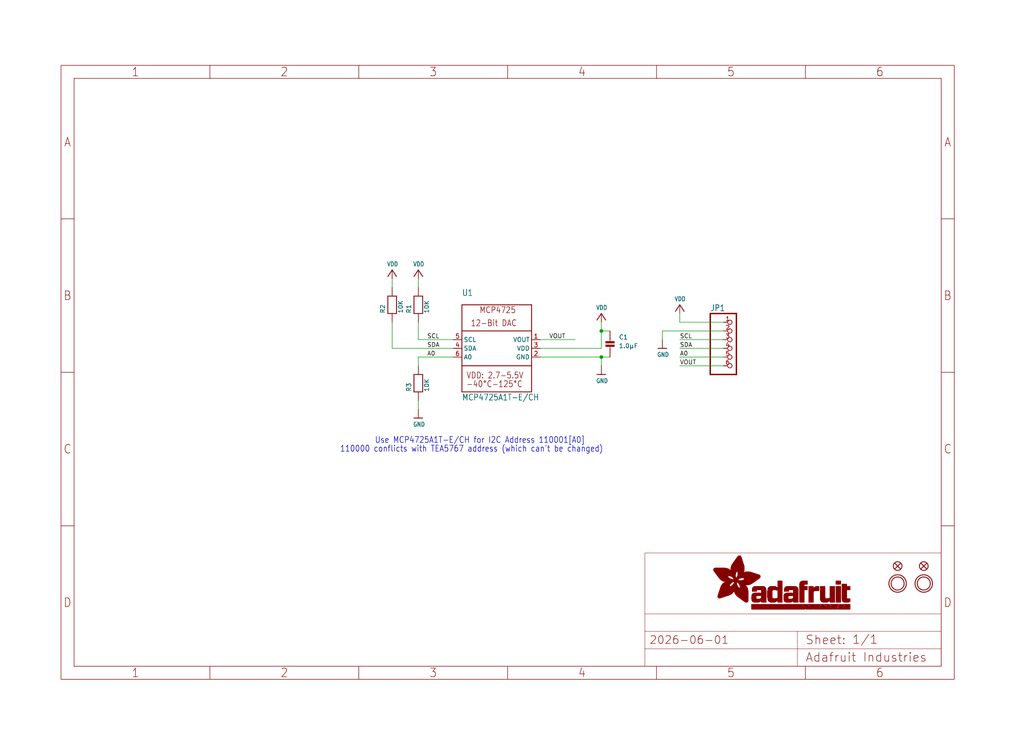
<source format=kicad_sch>
(kicad_sch (version 20230121) (generator eeschema)
  (paper "User" 298.45 217.322)
  (lib_symbols
    (symbol "working-eagle-import:CAP_CERAMIC0805"
      (property "Reference" "C" (at 2.54 2.54 0))
      (symbol "CAP_CERAMIC0805_1_0"
        (pin passive line (at 0 5.08 270) (length 2.54) (name "P$1") (number "1"))
        (pin passive line (at 0 -2.54 90) (length 2.54) (name "P$2") (number "2"))
      )
    )
    (symbol "working-eagle-import:DAC_MCP4725"
      (property "Reference" "U" (at -10.16 15.24 0))
      (symbol "DAC_MCP4725_1_0"
        (text "-40°C-125°C" (at -8.89 -11.43 0) (effects (font (size 1.778 1.5113)) (justify left bottom)))
        (text "12-Bit DAC" (at -7.62 6.35 0) (effects (font (size 1.778 1.5113)) (justify left bottom)))
        (text "MCP4725" (at -5.08 10.16 0) (effects (font (size 1.778 1.5113)) (justify left bottom)))
        (text "VDD: 2.7-5.5V" (at -8.89 -8.89 0) (effects (font (size 1.778 1.5113)) (justify left bottom)))
        (pin output line (at 12.7 2.54 180) (length 2.54) (name "VOUT") (number "1"))
        (pin power_in line (at 12.7 -2.54 180) (length 2.54) (name "GND") (number "2"))
        (pin power_in line (at 12.7 0 180) (length 2.54) (name "VDD") (number "3"))
        (pin bidirectional line (at -12.7 0 0) (length 2.54) (name "SDA") (number "4"))
        (pin bidirectional line (at -12.7 2.54 0) (length 2.54) (name "SCL") (number "5"))
        (pin input line (at -12.7 -2.54 0) (length 2.54) (name "A0") (number "6"))
      )
    )
    (symbol "working-eagle-import:FIDUCIAL{dblquote}{dblquote}")
    (symbol "working-eagle-import:FRAME_A4_ADAFRUIT"
      (symbol "FRAME_A4_ADAFRUIT_1_0"
        (text "${#}/${##}" (at 230.505 10.16 0) (effects (font (size 2.54 2.54)) (justify left bottom)))
        (text "${CURRENT_DATE}" (at 171.45 10.16 0) (effects (font (size 2.286 2.286)) (justify left bottom)))
        (text "${PROJECTNAME}" (at 171.45 15.24 0) (effects (font (size 2.54 2.54)) (justify left bottom)))
        (text "1" (at 21.6958 1.905 0) (effects (font (size 2.54 2.286))))
        (text "1" (at 21.6958 177.165 0) (effects (font (size 2.54 2.286))))
        (text "2" (at 65.0875 1.905 0) (effects (font (size 2.54 2.286))))
        (text "2" (at 65.0875 177.165 0) (effects (font (size 2.54 2.286))))
        (text "3" (at 108.4792 1.905 0) (effects (font (size 2.54 2.286))))
        (text "3" (at 108.4792 177.165 0) (effects (font (size 2.54 2.286))))
        (text "4" (at 151.8708 1.905 0) (effects (font (size 2.54 2.286))))
        (text "4" (at 151.8708 177.165 0) (effects (font (size 2.54 2.286))))
        (text "5" (at 195.2625 1.905 0) (effects (font (size 2.54 2.286))))
        (text "5" (at 195.2625 177.165 0) (effects (font (size 2.54 2.286))))
        (text "6" (at 238.6542 1.905 0) (effects (font (size 2.54 2.286))))
        (text "6" (at 238.6542 177.165 0) (effects (font (size 2.54 2.286))))
        (text "A" (at 1.905 156.6863 0) (effects (font (size 2.54 2.286))))
        (text "A" (at 258.445 156.6863 0) (effects (font (size 2.54 2.286))))
        (text "Adafruit Industries" (at 216.916 4.953 0) (effects (font (size 2.54 2.54)) (justify left bottom)))
        (text "B" (at 1.905 111.9188 0) (effects (font (size 2.54 2.286))))
        (text "B" (at 258.445 111.9188 0) (effects (font (size 2.54 2.286))))
        (text "C" (at 1.905 67.1513 0) (effects (font (size 2.54 2.286))))
        (text "C" (at 258.445 67.1513 0) (effects (font (size 2.54 2.286))))
        (text "D" (at 1.905 22.3838 0) (effects (font (size 2.54 2.286))))
        (text "D" (at 258.445 22.3838 0) (effects (font (size 2.54 2.286))))
        (text "Sheet:" (at 216.916 10.033 0) (effects (font (size 2.54 2.54)) (justify left bottom)))
      )
    )
    (symbol "working-eagle-import:GND" (power)
      (property "Value" "GND" (at -1.524 -2.54 0))
      (symbol "GND_1_0"
        (pin power_in line (at 0 2.54 270) (length 2.54) (name "GND") (number "1"))
      )
    )
    (symbol "working-eagle-import:HEADER-1X670MIL"
      (property "Reference" "JP" (at -6.35 10.795 0))
      (symbol "HEADER-1X670MIL_1_0"
        (pin passive inverted (at -2.54 7.62 0) (length 2.54) (name "1") (number "1"))
        (pin passive inverted (at -2.54 5.08 0) (length 2.54) (name "2") (number "2"))
        (pin passive inverted (at -2.54 2.54 0) (length 2.54) (name "3") (number "3"))
        (pin passive inverted (at -2.54 0 0) (length 2.54) (name "4") (number "4"))
        (pin passive inverted (at -2.54 -2.54 0) (length 2.54) (name "5") (number "5"))
        (pin passive inverted (at -2.54 -5.08 0) (length 2.54) (name "6") (number "6"))
      )
    )
    (symbol "working-eagle-import:MOUNTINGHOLE2.5")
    (symbol "working-eagle-import:RESISTOR0805"
      (property "Reference" "R" (at -2.54 2.032 0))
      (symbol "RESISTOR0805_1_0"
        (pin passive line (at -5.08 0 0) (length 2.54) (name "1") (number "1"))
        (pin passive line (at 5.08 0 180) (length 2.54) (name "2") (number "2"))
      )
    )
    (symbol "working-eagle-import:VDD" (power)
      (property "Value" "VDD" (at -1.524 3.556 0))
      (symbol "VDD_1_0"
        (pin power_in line (at 0 0 90) (length 2.54) (name "VDD") (number "1"))
      )
    )
  )
  (junction (at 175.26 96.52))
  (junction (at 175.26 104.14))
  (wire (pts (xy 175.26 101.6) (xy 175.26 96.52)) (stroke (width 0.1524)))
  (wire (pts (xy 132.08 99.06) (xy 121.92 99.06)) (stroke (width 0.1524)))
  (wire (pts (xy 157.48 104.14) (xy 175.26 104.14)) (stroke (width 0.1524)))
  (wire (pts (xy 114.3 83.82) (xy 114.3 81.28)) (stroke (width 0.1524)))
  (wire (pts (xy 121.92 116.84) (xy 121.92 119.38)) (stroke (width 0.1524)))
  (wire (pts (xy 210.82 93.98) (xy 198.12 93.98)) (stroke (width 0.1524)))
  (wire (pts (xy 157.48 101.6) (xy 175.26 101.6)) (stroke (width 0.1524)))
  (wire (pts (xy 210.82 101.6) (xy 198.12 101.6)) (stroke (width 0.1524)))
  (wire (pts (xy 177.8 104.14) (xy 175.26 104.14)) (stroke (width 0.1524)))
  (wire (pts (xy 210.82 104.14) (xy 198.12 104.14)) (stroke (width 0.1524)))
  (wire (pts (xy 121.92 99.06) (xy 121.92 93.98)) (stroke (width 0.1524)))
  (wire (pts (xy 210.82 96.52) (xy 193.04 96.52)) (stroke (width 0.1524)))
  (wire (pts (xy 175.26 104.14) (xy 175.26 106.68)) (stroke (width 0.1524)))
  (wire (pts (xy 177.8 96.52) (xy 175.26 96.52)) (stroke (width 0.1524)))
  (wire (pts (xy 132.08 104.14) (xy 121.92 104.14)) (stroke (width 0.1524)))
  (wire (pts (xy 210.82 99.06) (xy 198.12 99.06)) (stroke (width 0.1524)))
  (wire (pts (xy 132.08 101.6) (xy 114.3 101.6)) (stroke (width 0.1524)))
  (wire (pts (xy 175.26 96.52) (xy 175.26 93.98)) (stroke (width 0.1524)))
  (wire (pts (xy 114.3 101.6) (xy 114.3 93.98)) (stroke (width 0.1524)))
  (wire (pts (xy 121.92 83.82) (xy 121.92 81.28)) (stroke (width 0.1524)))
  (wire (pts (xy 210.82 106.68) (xy 198.12 106.68)) (stroke (width 0.1524)))
  (wire (pts (xy 157.48 99.06) (xy 167.64 99.06)) (stroke (width 0.1524)))
  (wire (pts (xy 193.04 96.52) (xy 193.04 99.06)) (stroke (width 0.1524)))
  (wire (pts (xy 198.12 93.98) (xy 198.12 91.44)) (stroke (width 0.1524)))
  (wire (pts (xy 121.92 104.14) (xy 121.92 106.68)) (stroke (width 0.1524)))
  (text "110000 conflicts with TEA5767 address (which can't be changed)" (at 99.06 132.08 0) (effects (font (size 1.778 1.5113)) (justify left bottom)))
  (text "Use MCP4725A1T-E/CH for I2C Address 110001[A0]" (at 109.22 129.54 0) (effects (font (size 1.778 1.5113)) (justify left bottom)))
  (label "A0" (at 124.46 104.14 0) (effects (font (size 1.2446 1.2446))))
  (label "SDA" (at 124.46 101.6 0) (effects (font (size 1.2446 1.2446))))
  (label "VOUT" (at 160.02 99.06 0) (effects (font (size 1.2446 1.2446))))
  (label "VOUT" (at 198.12 106.68 0) (effects (font (size 1.2446 1.2446))))
  (label "SDA" (at 198.12 101.6 0) (effects (font (size 1.2446 1.2446))))
  (label "SCL" (at 198.12 99.06 0) (effects (font (size 1.2446 1.2446))))
  (label "SCL" (at 124.46 99.06 0) (effects (font (size 1.2446 1.2446))))
  (label "A0" (at 198.12 104.14 0) (effects (font (size 1.2446 1.2446))))
  (symbol (lib_id "working-eagle-import:FRAME_A4_ADAFRUIT") (at 17.78 198.12 0) (unit 1)
    (property "Reference" "#U$1" (effects hide))
    (property "Value" "FRAME_A4_ADAFRUIT" (effects hide))
  )
  (symbol (lib_id "working-eagle-import:HEADER-1X670MIL") (at 213.36 101.6 0) (unit 1)
    (property "Reference" "JP1" (at 207.01 90.805 0) (effects (font (size 1.778 1.5113)) (justify left bottom)))
    (property "Value" "HEADER-1X670MIL" (effects hide))
    (property "Footprint" "working:1X06_ROUND_70" (effects hide))
  )
  (symbol (lib_id "working-eagle-import:GND") (at 175.26 109.22 0) (unit 1)
    (property "Reference" "#U$3" (effects hide))
    (property "Value" "GND" (at 173.736 111.76 0) (effects (font (size 1.27 1.0795)) (justify left bottom)))
  )
  (symbol (lib_id "working-eagle-import:VDD") (at 175.26 93.98 0) (unit 1)
    (property "Reference" "#U$2" (effects hide))
    (property "Value" "VDD" (at 173.736 90.424 0) (effects (font (size 1.27 1.0795)) (justify left bottom)))
  )
  (symbol (lib_id "working-eagle-import:GND") (at 193.04 101.6 0) (unit 1)
    (property "Reference" "#U$10" (effects hide))
    (property "Value" "GND" (at 191.516 104.14 0) (effects (font (size 1.27 1.0795)) (justify left bottom)))
  )
  (symbol (lib_id "working-eagle-import:GND") (at 121.92 121.92 0) (unit 1)
    (property "Reference" "#U$6" (effects hide))
    (property "Value" "GND" (at 120.396 124.46 0) (effects (font (size 1.27 1.0795)) (justify left bottom)))
  )
  (symbol (lib_id "working-eagle-import:MOUNTINGHOLE2.5") (at 269.24 170.18 0) (unit 1)
    (property "Reference" "U$7" (effects hide))
    (property "Value" "MOUNTINGHOLE2.5" (effects hide))
    (property "Footprint" "working:MOUNTINGHOLE_2.5_PLATED" (effects hide))
  )
  (symbol (lib_id "working-eagle-import:RESISTOR0805") (at 121.92 88.9 90) (unit 1)
    (property "Reference" "R1" (at 119.888 91.44 0) (effects (justify left bottom)))
    (property "Value" "10K" (at 125.095 91.44 0) (effects (justify left bottom)))
    (property "Footprint" "working:0805" (effects hide))
  )
  (symbol (lib_id "working-eagle-import:FIDUCIAL{dblquote}{dblquote}") (at 269.24 165.1 0) (unit 1)
    (property "Reference" "FID1" (effects hide))
    (property "Value" "FIDUCIAL{dblquote}{dblquote}" (effects hide))
    (property "Footprint" "working:FIDUCIAL_1MM" (effects hide))
  )
  (symbol (lib_id "working-eagle-import:DAC_MCP4725") (at 144.78 101.6 0) (unit 1)
    (property "Reference" "U1" (at 134.62 86.36 0) (effects (font (size 1.778 1.5113)) (justify left bottom)))
    (property "Value" "MCP4725A1T-E/CH" (at 134.62 116.84 0) (effects (font (size 1.778 1.5113)) (justify left bottom)))
    (property "Footprint" "working:SOT23-6" (effects hide))
  )
  (symbol (lib_id "working-eagle-import:MOUNTINGHOLE2.5") (at 261.62 170.18 0) (unit 1)
    (property "Reference" "U$8" (effects hide))
    (property "Value" "MOUNTINGHOLE2.5" (effects hide))
    (property "Footprint" "working:MOUNTINGHOLE_2.5_PLATED" (effects hide))
  )
  (symbol (lib_id "working-eagle-import:VDD") (at 114.3 81.28 0) (unit 1)
    (property "Reference" "#U$4" (effects hide))
    (property "Value" "VDD" (at 112.776 77.724 0) (effects (font (size 1.27 1.0795)) (justify left bottom)))
  )
  (symbol (lib_id "working-eagle-import:FIDUCIAL{dblquote}{dblquote}") (at 261.62 165.1 0) (unit 1)
    (property "Reference" "FID2" (effects hide))
    (property "Value" "FIDUCIAL{dblquote}{dblquote}" (effects hide))
    (property "Footprint" "working:FIDUCIAL_1MM" (effects hide))
  )
  (symbol (lib_id "working-eagle-import:RESISTOR0805") (at 121.92 111.76 90) (unit 1)
    (property "Reference" "R3" (at 119.888 114.3 0) (effects (justify left bottom)))
    (property "Value" "10K" (at 125.095 114.3 0) (effects (justify left bottom)))
    (property "Footprint" "working:0805" (effects hide))
  )
  (symbol (lib_id "working-eagle-import:CAP_CERAMIC0805") (at 177.8 101.6 0) (unit 1)
    (property "Reference" "C1" (at 180.34 99.06 0) (effects (justify left bottom)))
    (property "Value" "1.0µF" (at 180.34 101.6 0) (effects (justify left bottom)))
    (property "Footprint" "working:0805" (effects hide))
  )
  (symbol (lib_id "working-eagle-import:VDD") (at 198.12 91.44 0) (unit 1)
    (property "Reference" "#U$9" (effects hide))
    (property "Value" "VDD" (at 196.596 87.884 0) (effects (font (size 1.27 1.0795)) (justify left bottom)))
  )
  (symbol (lib_id "working-eagle-import:VDD") (at 121.92 81.28 0) (unit 1)
    (property "Reference" "#U$5" (effects hide))
    (property "Value" "VDD" (at 120.396 77.724 0) (effects (font (size 1.27 1.0795)) (justify left bottom)))
  )
  (symbol (lib_id "working-eagle-import:RESISTOR0805") (at 114.3 88.9 90) (unit 1)
    (property "Reference" "R2" (at 112.268 91.44 0) (effects (justify left bottom)))
    (property "Value" "10K" (at 117.475 91.44 0) (effects (justify left bottom)))
    (property "Footprint" "working:0805" (effects hide))
  )
)
</source>
